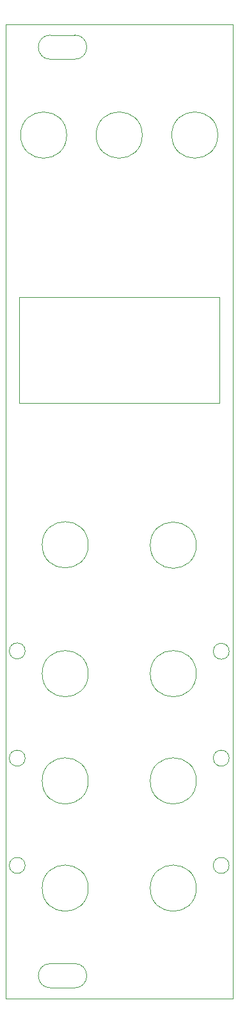
<source format=gbr>
%TF.GenerationSoftware,KiCad,Pcbnew,(6.0.10-0)*%
%TF.CreationDate,2023-02-15T20:01:37+02:00*%
%TF.ProjectId,panel,70616e65-6c2e-46b6-9963-61645f706362,rev?*%
%TF.SameCoordinates,Original*%
%TF.FileFunction,Profile,NP*%
%FSLAX46Y46*%
G04 Gerber Fmt 4.6, Leading zero omitted, Abs format (unit mm)*
G04 Created by KiCad (PCBNEW (6.0.10-0)) date 2023-02-15 20:01:37*
%MOMM*%
%LPD*%
G01*
G04 APERTURE LIST*
%TA.AperFunction,Profile*%
%ADD10C,0.050000*%
%TD*%
%TA.AperFunction,Profile*%
%ADD11C,0.100000*%
%TD*%
G04 APERTURE END LIST*
D10*
X70900000Y-100400000D02*
G75*
G03*
X70900000Y-100400000I-3050000J0D01*
G01*
X85200000Y-117400000D02*
G75*
G03*
X85200000Y-117400000I-3050000J0D01*
G01*
X85200000Y-131550000D02*
G75*
G03*
X85200000Y-131550000I-3050000J0D01*
G01*
X69100000Y-158850000D02*
G75*
G03*
X69100000Y-155650000I0J1600000D01*
G01*
X68050000Y-46350000D02*
G75*
G03*
X68050000Y-46350000I-3050000J0D01*
G01*
X65900000Y-33150000D02*
X69100000Y-33150000D01*
D11*
X61750000Y-67700000D02*
X88250000Y-67700000D01*
X88250000Y-67700000D02*
X88250000Y-81700000D01*
X88250000Y-81700000D02*
X61750000Y-81700000D01*
X61750000Y-81700000D02*
X61750000Y-67700000D01*
D10*
X70900000Y-117400000D02*
G75*
G03*
X70900000Y-117400000I-3050000J0D01*
G01*
X69100000Y-36350000D02*
X65900000Y-36350000D01*
X70900000Y-145700000D02*
G75*
G03*
X70900000Y-145700000I-3050000J0D01*
G01*
X85200000Y-100450000D02*
G75*
G03*
X85200000Y-100450000I-3050000J0D01*
G01*
X89550000Y-128550000D02*
G75*
G03*
X89550000Y-128550000I-1050000J0D01*
G01*
X70900000Y-131550000D02*
G75*
G03*
X70900000Y-131550000I-3050000J0D01*
G01*
X62550000Y-142700000D02*
G75*
G03*
X62550000Y-142700000I-1050000J0D01*
G01*
X62550000Y-128550000D02*
G75*
G03*
X62550000Y-128550000I-1050000J0D01*
G01*
X69100000Y-158850000D02*
X65900000Y-158850000D01*
X85200000Y-145700000D02*
G75*
G03*
X85200000Y-145700000I-3050000J0D01*
G01*
X69100000Y-36350000D02*
G75*
G03*
X69100000Y-33150000I0J1600000D01*
G01*
X78050000Y-46350000D02*
G75*
G03*
X78050000Y-46350000I-3050000J0D01*
G01*
X65900000Y-33150000D02*
G75*
G03*
X65900000Y-36350000I0J-1600000D01*
G01*
X65900000Y-155650000D02*
G75*
G03*
X65900000Y-158850000I0J-1600000D01*
G01*
X89550000Y-114450000D02*
G75*
G03*
X89550000Y-114450000I-1050000J0D01*
G01*
X89550000Y-142700000D02*
G75*
G03*
X89550000Y-142700000I-1050000J0D01*
G01*
X60000000Y-31750000D02*
X90000000Y-31750000D01*
X90000000Y-31750000D02*
X90000000Y-160250000D01*
X90000000Y-160250000D02*
X60000000Y-160250000D01*
X60000000Y-160250000D02*
X60000000Y-31750000D01*
X62550000Y-114400000D02*
G75*
G03*
X62550000Y-114400000I-1050000J0D01*
G01*
X88050000Y-46350000D02*
G75*
G03*
X88050000Y-46350000I-3050000J0D01*
G01*
X65900000Y-155650000D02*
X69100000Y-155650000D01*
M02*

</source>
